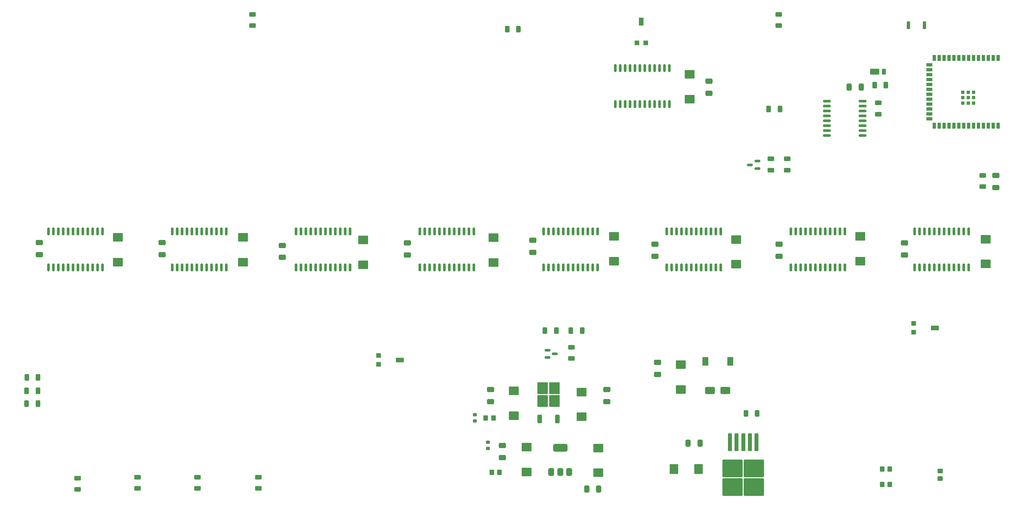
<source format=gbr>
%TF.GenerationSoftware,KiCad,Pcbnew,8.0.4*%
%TF.CreationDate,2024-09-13T12:48:21+02:00*%
%TF.ProjectId,DigiSlatePlus,44696769-536c-4617-9465-506c75732e6b,rev?*%
%TF.SameCoordinates,Original*%
%TF.FileFunction,Paste,Bot*%
%TF.FilePolarity,Positive*%
%FSLAX46Y46*%
G04 Gerber Fmt 4.6, Leading zero omitted, Abs format (unit mm)*
G04 Created by KiCad (PCBNEW 8.0.4) date 2024-09-13 12:48:21*
%MOMM*%
%LPD*%
G01*
G04 APERTURE LIST*
G04 Aperture macros list*
%AMRoundRect*
0 Rectangle with rounded corners*
0 $1 Rounding radius*
0 $2 $3 $4 $5 $6 $7 $8 $9 X,Y pos of 4 corners*
0 Add a 4 corners polygon primitive as box body*
4,1,4,$2,$3,$4,$5,$6,$7,$8,$9,$2,$3,0*
0 Add four circle primitives for the rounded corners*
1,1,$1+$1,$2,$3*
1,1,$1+$1,$4,$5*
1,1,$1+$1,$6,$7*
1,1,$1+$1,$8,$9*
0 Add four rect primitives between the rounded corners*
20,1,$1+$1,$2,$3,$4,$5,0*
20,1,$1+$1,$4,$5,$6,$7,0*
20,1,$1+$1,$6,$7,$8,$9,0*
20,1,$1+$1,$8,$9,$2,$3,0*%
G04 Aperture macros list end*
%ADD10RoundRect,0.250000X0.650000X-0.412500X0.650000X0.412500X-0.650000X0.412500X-0.650000X-0.412500X0*%
%ADD11RoundRect,0.250000X0.312500X0.625000X-0.312500X0.625000X-0.312500X-0.625000X0.312500X-0.625000X0*%
%ADD12RoundRect,0.150000X-0.587500X-0.150000X0.587500X-0.150000X0.587500X0.150000X-0.587500X0.150000X0*%
%ADD13RoundRect,0.150000X-0.150000X0.875000X-0.150000X-0.875000X0.150000X-0.875000X0.150000X0.875000X0*%
%ADD14RoundRect,0.250000X0.625000X-0.312500X0.625000X0.312500X-0.625000X0.312500X-0.625000X-0.312500X0*%
%ADD15RoundRect,0.250000X0.412500X0.650000X-0.412500X0.650000X-0.412500X-0.650000X0.412500X-0.650000X0*%
%ADD16RoundRect,0.250000X-0.312500X-0.625000X0.312500X-0.625000X0.312500X0.625000X-0.312500X0.625000X0*%
%ADD17RoundRect,0.250000X1.025000X-0.875000X1.025000X0.875000X-1.025000X0.875000X-1.025000X-0.875000X0*%
%ADD18RoundRect,0.250000X-1.000000X-0.650000X1.000000X-0.650000X1.000000X0.650000X-1.000000X0.650000X0*%
%ADD19RoundRect,0.250000X-0.875000X-1.025000X0.875000X-1.025000X0.875000X1.025000X-0.875000X1.025000X0*%
%ADD20RoundRect,0.250000X-0.625000X0.312500X-0.625000X-0.312500X0.625000X-0.312500X0.625000X0.312500X0*%
%ADD21RoundRect,0.150000X0.875000X0.150000X-0.875000X0.150000X-0.875000X-0.150000X0.875000X-0.150000X0*%
%ADD22RoundRect,0.250000X0.350000X0.450000X-0.350000X0.450000X-0.350000X-0.450000X0.350000X-0.450000X0*%
%ADD23RoundRect,0.250000X-1.025000X0.875000X-1.025000X-0.875000X1.025000X-0.875000X1.025000X0.875000X0*%
%ADD24RoundRect,0.250000X-0.350000X-0.450000X0.350000X-0.450000X0.350000X0.450000X-0.350000X0.450000X0*%
%ADD25RoundRect,0.250000X0.950000X0.500000X-0.950000X0.500000X-0.950000X-0.500000X0.950000X-0.500000X0*%
%ADD26RoundRect,0.250000X0.275000X0.500000X-0.275000X0.500000X-0.275000X-0.500000X0.275000X-0.500000X0*%
%ADD27RoundRect,0.218750X-0.256250X0.218750X-0.256250X-0.218750X0.256250X-0.218750X0.256250X0.218750X0*%
%ADD28RoundRect,0.200000X0.200000X0.800000X-0.200000X0.800000X-0.200000X-0.800000X0.200000X-0.800000X0*%
%ADD29RoundRect,0.250000X0.350000X-0.850000X0.350000X0.850000X-0.350000X0.850000X-0.350000X-0.850000X0*%
%ADD30RoundRect,0.250000X1.125000X-1.275000X1.125000X1.275000X-1.125000X1.275000X-1.125000X-1.275000X0*%
%ADD31RoundRect,0.250000X-0.450000X0.350000X-0.450000X-0.350000X0.450000X-0.350000X0.450000X0.350000X0*%
%ADD32RoundRect,0.250000X-0.650000X0.412500X-0.650000X-0.412500X0.650000X-0.412500X0.650000X0.412500X0*%
%ADD33RoundRect,0.150000X0.587500X0.150000X-0.587500X0.150000X-0.587500X-0.150000X0.587500X-0.150000X0*%
%ADD34R,1.300000X1.300000*%
%ADD35R,2.000000X1.300000*%
%ADD36RoundRect,0.250000X-0.412500X-0.650000X0.412500X-0.650000X0.412500X0.650000X-0.412500X0.650000X0*%
%ADD37RoundRect,0.375000X0.375000X-0.625000X0.375000X0.625000X-0.375000X0.625000X-0.375000X-0.625000X0*%
%ADD38RoundRect,0.500000X1.400000X-0.500000X1.400000X0.500000X-1.400000X0.500000X-1.400000X-0.500000X0*%
%ADD39R,1.300000X2.000000*%
%ADD40RoundRect,0.150000X0.150000X-0.875000X0.150000X0.875000X-0.150000X0.875000X-0.150000X-0.875000X0*%
%ADD41R,1.500000X2.200000*%
%ADD42R,0.900000X0.900000*%
%ADD43R,0.900000X1.500000*%
%ADD44R,1.500000X0.900000*%
%ADD45RoundRect,0.250000X-0.300000X2.050000X-0.300000X-2.050000X0.300000X-2.050000X0.300000X2.050000X0*%
%ADD46RoundRect,0.250000X-2.375000X2.025000X-2.375000X-2.025000X2.375000X-2.025000X2.375000X2.025000X0*%
G04 APERTURE END LIST*
D10*
%TO.C,C1*%
X332400000Y-120000000D03*
X332400000Y-116875000D03*
%TD*%
D11*
%TO.C,R30*%
X276610000Y-99695000D03*
X273685000Y-99695000D03*
%TD*%
D12*
%TO.C,Q2*%
X216525000Y-163950000D03*
X216525000Y-162050000D03*
X218400000Y-163000000D03*
%TD*%
D13*
%TO.C,U4*%
X119460000Y-131350000D03*
X120730000Y-131350000D03*
X122000000Y-131350000D03*
X123270000Y-131350000D03*
X124540000Y-131350000D03*
X125810000Y-131350000D03*
X127080000Y-131350000D03*
X128350000Y-131350000D03*
X129620000Y-131350000D03*
X130890000Y-131350000D03*
X132160000Y-131350000D03*
X133430000Y-131350000D03*
X133430000Y-140650000D03*
X132160000Y-140650000D03*
X130890000Y-140650000D03*
X129620000Y-140650000D03*
X128350000Y-140650000D03*
X127080000Y-140650000D03*
X125810000Y-140650000D03*
X124540000Y-140650000D03*
X123270000Y-140650000D03*
X122000000Y-140650000D03*
X120730000Y-140650000D03*
X119460000Y-140650000D03*
%TD*%
D14*
%TO.C,R26*%
X141765000Y-197835000D03*
X141765000Y-194910000D03*
%TD*%
D15*
%TO.C,C8*%
X255999000Y-186136000D03*
X252874000Y-186136000D03*
%TD*%
D16*
%TO.C,R14*%
X301075000Y-93500000D03*
X304000000Y-93500000D03*
%TD*%
D17*
%TO.C,C35*%
X329780000Y-139750000D03*
X329780000Y-133350000D03*
%TD*%
D18*
%TO.C,D10*%
X258500000Y-172500000D03*
X262500000Y-172500000D03*
%TD*%
D17*
%TO.C,C33*%
X297395000Y-139050000D03*
X297395000Y-132650000D03*
%TD*%
%TO.C,C31*%
X265315000Y-139850000D03*
X265315000Y-133450000D03*
%TD*%
D19*
%TO.C,C9*%
X249174000Y-192786000D03*
X255574000Y-192786000D03*
%TD*%
D15*
%TO.C,C2*%
X297625000Y-94010000D03*
X294500000Y-94010000D03*
%TD*%
D20*
%TO.C,R7*%
X302000000Y-98075000D03*
X302000000Y-101000000D03*
%TD*%
D17*
%TO.C,C18*%
X211074000Y-193548000D03*
X211074000Y-187148000D03*
%TD*%
D10*
%TO.C,C28*%
X212665000Y-136775000D03*
X212665000Y-133650000D03*
%TD*%
D13*
%TO.C,U10*%
X215505000Y-131350000D03*
X216775000Y-131350000D03*
X218045000Y-131350000D03*
X219315000Y-131350000D03*
X220585000Y-131350000D03*
X221855000Y-131350000D03*
X223125000Y-131350000D03*
X224395000Y-131350000D03*
X225665000Y-131350000D03*
X226935000Y-131350000D03*
X228205000Y-131350000D03*
X229475000Y-131350000D03*
X229475000Y-140650000D03*
X228205000Y-140650000D03*
X226935000Y-140650000D03*
X225665000Y-140650000D03*
X224395000Y-140650000D03*
X223125000Y-140650000D03*
X221855000Y-140650000D03*
X220585000Y-140650000D03*
X219315000Y-140650000D03*
X218045000Y-140650000D03*
X216775000Y-140650000D03*
X215505000Y-140650000D03*
%TD*%
D11*
%TO.C,R13*%
X218800000Y-157000000D03*
X215875000Y-157000000D03*
%TD*%
D21*
%TO.C,U2*%
X298000000Y-97610000D03*
X298000000Y-98880000D03*
X298000000Y-100150000D03*
X298000000Y-101420000D03*
X298000000Y-102690000D03*
X298000000Y-103960000D03*
X298000000Y-105230000D03*
X298000000Y-106500000D03*
X288700000Y-106500000D03*
X288700000Y-105230000D03*
X288700000Y-103960000D03*
X288700000Y-102690000D03*
X288700000Y-101420000D03*
X288700000Y-100150000D03*
X288700000Y-98880000D03*
X288700000Y-97610000D03*
%TD*%
D14*
%TO.C,R1*%
X329000000Y-119762500D03*
X329000000Y-116837500D03*
%TD*%
D22*
%TO.C,R24*%
X202500000Y-179615000D03*
X200500000Y-179615000D03*
%TD*%
D14*
%TO.C,R27*%
X126015000Y-197835000D03*
X126015000Y-194910000D03*
%TD*%
D13*
%TO.C,U27*%
X247315000Y-131350000D03*
X248585000Y-131350000D03*
X249855000Y-131350000D03*
X251125000Y-131350000D03*
X252395000Y-131350000D03*
X253665000Y-131350000D03*
X254935000Y-131350000D03*
X256205000Y-131350000D03*
X257475000Y-131350000D03*
X258745000Y-131350000D03*
X260015000Y-131350000D03*
X261285000Y-131350000D03*
X261285000Y-140650000D03*
X260015000Y-140650000D03*
X258745000Y-140650000D03*
X257475000Y-140650000D03*
X256205000Y-140650000D03*
X254935000Y-140650000D03*
X253665000Y-140650000D03*
X252395000Y-140650000D03*
X251125000Y-140650000D03*
X249855000Y-140650000D03*
X248585000Y-140650000D03*
X247315000Y-140650000D03*
%TD*%
D20*
%TO.C,R11*%
X278500000Y-112575000D03*
X278500000Y-115500000D03*
%TD*%
D10*
%TO.C,C26*%
X180285000Y-137475000D03*
X180285000Y-134350000D03*
%TD*%
D23*
%TO.C,C11*%
X251000000Y-165800000D03*
X251000000Y-172200000D03*
%TD*%
D24*
%TO.C,R18*%
X303000000Y-196810000D03*
X305000000Y-196810000D03*
%TD*%
D14*
%TO.C,R29*%
X95015000Y-198085000D03*
X95015000Y-195160000D03*
%TD*%
D10*
%TO.C,C34*%
X308780000Y-137475000D03*
X308780000Y-134350000D03*
%TD*%
%TO.C,C22*%
X116840000Y-137370000D03*
X116840000Y-134245000D03*
%TD*%
D24*
%TO.C,R19*%
X303000000Y-192810000D03*
X305000000Y-192810000D03*
%TD*%
D25*
%TO.C,D8*%
X301125000Y-90000000D03*
D26*
X303500000Y-90000000D03*
%TD*%
D16*
%TO.C,R9*%
X206075000Y-79000000D03*
X209000000Y-79000000D03*
%TD*%
D27*
%TO.C,D12*%
X197750000Y-178760000D03*
X197750000Y-180335000D03*
%TD*%
D20*
%TO.C,R12*%
X274250000Y-112575000D03*
X274250000Y-115500000D03*
%TD*%
D28*
%TO.C,SW6*%
X314000000Y-78000000D03*
X309800000Y-78000000D03*
%TD*%
D13*
%TO.C,U6*%
X151460000Y-131350000D03*
X152730000Y-131350000D03*
X154000000Y-131350000D03*
X155270000Y-131350000D03*
X156540000Y-131350000D03*
X157810000Y-131350000D03*
X159080000Y-131350000D03*
X160350000Y-131350000D03*
X161620000Y-131350000D03*
X162890000Y-131350000D03*
X164160000Y-131350000D03*
X165430000Y-131350000D03*
X165430000Y-140650000D03*
X164160000Y-140650000D03*
X162890000Y-140650000D03*
X161620000Y-140650000D03*
X160350000Y-140650000D03*
X159080000Y-140650000D03*
X157810000Y-140650000D03*
X156540000Y-140650000D03*
X155270000Y-140650000D03*
X154000000Y-140650000D03*
X152730000Y-140650000D03*
X151460000Y-140650000D03*
%TD*%
D17*
%TO.C,C23*%
X137795000Y-139275000D03*
X137795000Y-132875000D03*
%TD*%
D10*
%TO.C,C15*%
X201750000Y-175365000D03*
X201750000Y-172240000D03*
%TD*%
D14*
%TO.C,R28*%
X110515000Y-197835000D03*
X110515000Y-194910000D03*
%TD*%
D13*
%TO.C,U7*%
X183460000Y-131350000D03*
X184730000Y-131350000D03*
X186000000Y-131350000D03*
X187270000Y-131350000D03*
X188540000Y-131350000D03*
X189810000Y-131350000D03*
X191080000Y-131350000D03*
X192350000Y-131350000D03*
X193620000Y-131350000D03*
X194890000Y-131350000D03*
X196160000Y-131350000D03*
X197430000Y-131350000D03*
X197430000Y-140650000D03*
X196160000Y-140650000D03*
X194890000Y-140650000D03*
X193620000Y-140650000D03*
X192350000Y-140650000D03*
X191080000Y-140650000D03*
X189810000Y-140650000D03*
X188540000Y-140650000D03*
X187270000Y-140650000D03*
X186000000Y-140650000D03*
X184730000Y-140650000D03*
X183460000Y-140650000D03*
%TD*%
D16*
%TO.C,R3*%
X81817000Y-175865000D03*
X84742000Y-175865000D03*
%TD*%
D29*
%TO.C,U24*%
X219075000Y-179840000D03*
D30*
X215270000Y-175215000D03*
X218320000Y-175215000D03*
X215270000Y-171865000D03*
X218320000Y-171865000D03*
D29*
X214515000Y-179840000D03*
%TD*%
D10*
%TO.C,C4*%
X85090000Y-137370000D03*
X85090000Y-134245000D03*
%TD*%
D17*
%TO.C,C27*%
X202510000Y-139380000D03*
X202510000Y-132980000D03*
%TD*%
D31*
%TO.C,R23*%
X318000000Y-193310000D03*
X318000000Y-195310000D03*
%TD*%
D23*
%TO.C,C7*%
X253255000Y-90710000D03*
X253255000Y-97110000D03*
%TD*%
D32*
%TO.C,C10*%
X245000000Y-165200000D03*
X245000000Y-168325000D03*
%TD*%
D17*
%TO.C,C25*%
X168860000Y-139975000D03*
X168860000Y-133575000D03*
%TD*%
D10*
%TO.C,C30*%
X244315000Y-137775000D03*
X244315000Y-134650000D03*
%TD*%
D33*
%TO.C,Q1*%
X270750000Y-113175000D03*
X270750000Y-115075000D03*
X268875000Y-114125000D03*
%TD*%
D17*
%TO.C,C29*%
X233665000Y-139050000D03*
X233665000Y-132650000D03*
%TD*%
D11*
%TO.C,R15*%
X225462500Y-157000000D03*
X222537500Y-157000000D03*
%TD*%
D34*
%TO.C,RV1*%
X172808000Y-163442000D03*
D35*
X178308000Y-164592000D03*
D34*
X172808000Y-165742000D03*
%TD*%
D17*
%TO.C,C16*%
X207750000Y-179015000D03*
X207750000Y-172615000D03*
%TD*%
D20*
%TO.C,R8*%
X140255000Y-75185000D03*
X140255000Y-78110000D03*
%TD*%
D14*
%TO.C,R16*%
X222650000Y-164225000D03*
X222650000Y-161300000D03*
%TD*%
D16*
%TO.C,R4*%
X81817000Y-172575000D03*
X84742000Y-172575000D03*
%TD*%
D36*
%TO.C,C19*%
X226636500Y-197973000D03*
X229761500Y-197973000D03*
%TD*%
D13*
%TO.C,U3*%
X87460000Y-131350000D03*
X88730000Y-131350000D03*
X90000000Y-131350000D03*
X91270000Y-131350000D03*
X92540000Y-131350000D03*
X93810000Y-131350000D03*
X95080000Y-131350000D03*
X96350000Y-131350000D03*
X97620000Y-131350000D03*
X98890000Y-131350000D03*
X100160000Y-131350000D03*
X101430000Y-131350000D03*
X101430000Y-140650000D03*
X100160000Y-140650000D03*
X98890000Y-140650000D03*
X97620000Y-140650000D03*
X96350000Y-140650000D03*
X95080000Y-140650000D03*
X93810000Y-140650000D03*
X92540000Y-140650000D03*
X91270000Y-140650000D03*
X90000000Y-140650000D03*
X88730000Y-140650000D03*
X87460000Y-140650000D03*
%TD*%
D34*
%TO.C,RV2*%
X311155000Y-155145000D03*
D35*
X316655000Y-156295000D03*
D34*
X311155000Y-157445000D03*
%TD*%
D37*
%TO.C,U25*%
X222074000Y-193598000D03*
X219774000Y-193598000D03*
D38*
X219774000Y-187298000D03*
D37*
X217474000Y-193598000D03*
%TD*%
D32*
%TO.C,C6*%
X258255000Y-92485000D03*
X258255000Y-95610000D03*
%TD*%
D24*
%TO.C,R25*%
X202079000Y-193683000D03*
X204079000Y-193683000D03*
%TD*%
D34*
%TO.C,RV3*%
X239605000Y-82610000D03*
D39*
X240755000Y-77110000D03*
D34*
X241905000Y-82610000D03*
%TD*%
D17*
%TO.C,C5*%
X105410000Y-139275000D03*
X105410000Y-132875000D03*
%TD*%
D27*
%TO.C,D13*%
X201074000Y-185868000D03*
X201074000Y-187443000D03*
%TD*%
D17*
%TO.C,C20*%
X229596000Y-193782000D03*
X229596000Y-187382000D03*
%TD*%
D40*
%TO.C,U16*%
X248045000Y-98410000D03*
X246775000Y-98410000D03*
X245505000Y-98410000D03*
X244235000Y-98410000D03*
X242965000Y-98410000D03*
X241695000Y-98410000D03*
X240425000Y-98410000D03*
X239155000Y-98410000D03*
X237885000Y-98410000D03*
X236615000Y-98410000D03*
X235345000Y-98410000D03*
X234075000Y-98410000D03*
X234075000Y-89110000D03*
X235345000Y-89110000D03*
X236615000Y-89110000D03*
X237885000Y-89110000D03*
X239155000Y-89110000D03*
X240425000Y-89110000D03*
X241695000Y-89110000D03*
X242965000Y-89110000D03*
X244235000Y-89110000D03*
X245505000Y-89110000D03*
X246775000Y-89110000D03*
X248045000Y-89110000D03*
%TD*%
D10*
%TO.C,C13*%
X231800000Y-175400000D03*
X231800000Y-172275000D03*
%TD*%
%TO.C,C24*%
X147905000Y-138070000D03*
X147905000Y-134945000D03*
%TD*%
D11*
%TO.C,R20*%
X270702500Y-178435000D03*
X267777500Y-178435000D03*
%TD*%
%TO.C,R2*%
X84774500Y-169125000D03*
X81849500Y-169125000D03*
%TD*%
D13*
%TO.C,U29*%
X279395000Y-131350000D03*
X280665000Y-131350000D03*
X281935000Y-131350000D03*
X283205000Y-131350000D03*
X284475000Y-131350000D03*
X285745000Y-131350000D03*
X287015000Y-131350000D03*
X288285000Y-131350000D03*
X289555000Y-131350000D03*
X290825000Y-131350000D03*
X292095000Y-131350000D03*
X293365000Y-131350000D03*
X293365000Y-140650000D03*
X292095000Y-140650000D03*
X290825000Y-140650000D03*
X289555000Y-140650000D03*
X288285000Y-140650000D03*
X287015000Y-140650000D03*
X285745000Y-140650000D03*
X284475000Y-140650000D03*
X283205000Y-140650000D03*
X281935000Y-140650000D03*
X280665000Y-140650000D03*
X279395000Y-140650000D03*
%TD*%
D41*
%TO.C,L1*%
X257350000Y-164925000D03*
X263750000Y-164925000D03*
%TD*%
D10*
%TO.C,C17*%
X204824000Y-189848000D03*
X204824000Y-186723000D03*
%TD*%
D13*
%TO.C,U31*%
X311430000Y-131350000D03*
X312700000Y-131350000D03*
X313970000Y-131350000D03*
X315240000Y-131350000D03*
X316510000Y-131350000D03*
X317780000Y-131350000D03*
X319050000Y-131350000D03*
X320320000Y-131350000D03*
X321590000Y-131350000D03*
X322860000Y-131350000D03*
X324130000Y-131350000D03*
X325400000Y-131350000D03*
X325400000Y-140650000D03*
X324130000Y-140650000D03*
X322860000Y-140650000D03*
X321590000Y-140650000D03*
X320320000Y-140650000D03*
X319050000Y-140650000D03*
X317780000Y-140650000D03*
X316510000Y-140650000D03*
X315240000Y-140650000D03*
X313970000Y-140650000D03*
X312700000Y-140650000D03*
X311430000Y-140650000D03*
%TD*%
D17*
%TO.C,C14*%
X225300000Y-179300000D03*
X225300000Y-172900000D03*
%TD*%
D42*
%TO.C,U1*%
X323880000Y-98150000D03*
X325280000Y-98150000D03*
X326680000Y-98150000D03*
X323880000Y-96750000D03*
X325280000Y-96750000D03*
X326680000Y-96750000D03*
X323880000Y-95350000D03*
X325280000Y-95350000D03*
X326680000Y-95350000D03*
D43*
X333000000Y-104000000D03*
X331730000Y-104000000D03*
X330460000Y-104000000D03*
X329190000Y-104000000D03*
X327920000Y-104000000D03*
X326650000Y-104000000D03*
X325380000Y-104000000D03*
X324110000Y-104000000D03*
X322840000Y-104000000D03*
X321570000Y-104000000D03*
X320300000Y-104000000D03*
X319030000Y-104000000D03*
X317760000Y-104000000D03*
X316490000Y-104000000D03*
D44*
X315240000Y-102235000D03*
X315240000Y-100965000D03*
X315240000Y-99695000D03*
X315240000Y-98425000D03*
X315240000Y-97155000D03*
X315240000Y-95885000D03*
X315240000Y-94615000D03*
X315240000Y-93345000D03*
X315240000Y-92075000D03*
X315240000Y-90805000D03*
X315240000Y-89535000D03*
X315240000Y-88265000D03*
D43*
X316490000Y-86500000D03*
X317760000Y-86500000D03*
X319030000Y-86500000D03*
X320300000Y-86500000D03*
X321570000Y-86500000D03*
X322840000Y-86500000D03*
X324110000Y-86500000D03*
X325380000Y-86500000D03*
X326650000Y-86500000D03*
X327920000Y-86500000D03*
X329190000Y-86500000D03*
X330460000Y-86500000D03*
X331730000Y-86500000D03*
X333000000Y-86500000D03*
%TD*%
D10*
%TO.C,C32*%
X276395000Y-137775000D03*
X276395000Y-134650000D03*
%TD*%
D20*
%TO.C,R10*%
X276255000Y-75185000D03*
X276255000Y-78110000D03*
%TD*%
D45*
%TO.C,U21*%
X263700000Y-185910000D03*
X265400000Y-185910000D03*
X267100000Y-185910000D03*
D46*
X269875000Y-192635000D03*
X264325000Y-192635000D03*
X269875000Y-197485000D03*
X264325000Y-197485000D03*
D45*
X268800000Y-185910000D03*
X270500000Y-185910000D03*
%TD*%
M02*

</source>
